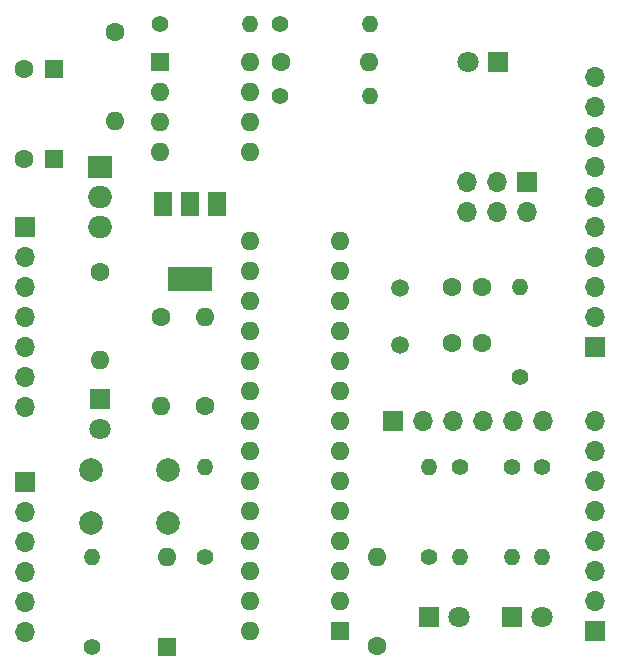
<source format=gts>
G04 #@! TF.GenerationSoftware,KiCad,Pcbnew,6.0.11-3.fc36*
G04 #@! TF.CreationDate,2023-05-11T18:59:47+09:00*
G04 #@! TF.ProjectId,Tetiduino,54657469-6475-4696-9e6f-2e6b69636164,rev?*
G04 #@! TF.SameCoordinates,Original*
G04 #@! TF.FileFunction,Soldermask,Top*
G04 #@! TF.FilePolarity,Negative*
%FSLAX46Y46*%
G04 Gerber Fmt 4.6, Leading zero omitted, Abs format (unit mm)*
G04 Created by KiCad (PCBNEW 6.0.11-3.fc36) date 2023-05-11 18:59:47*
%MOMM*%
%LPD*%
G01*
G04 APERTURE LIST*
%ADD10R,1.700000X1.700000*%
%ADD11O,1.700000X1.700000*%
%ADD12C,1.400000*%
%ADD13O,1.400000X1.400000*%
%ADD14R,1.600000X1.600000*%
%ADD15O,1.600000X1.600000*%
%ADD16C,1.600000*%
%ADD17C,2.000000*%
%ADD18R,1.800000X1.800000*%
%ADD19C,1.800000*%
%ADD20R,1.500000X2.000000*%
%ADD21R,3.800000X2.000000*%
%ADD22R,2.000000X1.905000*%
%ADD23O,2.000000X1.905000*%
%ADD24C,1.500000*%
G04 APERTURE END LIST*
D10*
X124460000Y-102255000D03*
D11*
X124460000Y-104795000D03*
X124460000Y-107335000D03*
X124460000Y-109875000D03*
X124460000Y-112415000D03*
X124460000Y-114955000D03*
X124460000Y-117495000D03*
D12*
X146050000Y-91155000D03*
D13*
X153670000Y-91155000D03*
D14*
X136525000Y-137795000D03*
D15*
X136525000Y-130175000D03*
D16*
X160655000Y-112090000D03*
X163155000Y-112090000D03*
X160655000Y-107315000D03*
X163155000Y-107315000D03*
D14*
X126912380Y-88900000D03*
D16*
X124412380Y-88900000D03*
X130810000Y-106045000D03*
D15*
X130810000Y-113545000D03*
D16*
X139700000Y-117415000D03*
D15*
X139700000Y-109915000D03*
D10*
X155600000Y-118720000D03*
D11*
X158140000Y-118720000D03*
X160680000Y-118720000D03*
X163220000Y-118720000D03*
X165760000Y-118720000D03*
X168300000Y-118720000D03*
D17*
X136600000Y-127345000D03*
X130100000Y-127345000D03*
X130100000Y-122845000D03*
X136600000Y-122845000D03*
D18*
X164500000Y-88265000D03*
D19*
X161960000Y-88265000D03*
D20*
X140730000Y-100355000D03*
D21*
X138430000Y-106655000D03*
D20*
X138430000Y-100355000D03*
X136130000Y-100355000D03*
D16*
X146110000Y-88265000D03*
D15*
X153610000Y-88265000D03*
D18*
X165730000Y-135255000D03*
D19*
X168270000Y-135255000D03*
D14*
X135900000Y-88275000D03*
D15*
X135900000Y-90815000D03*
X135900000Y-93355000D03*
X135900000Y-95895000D03*
X143520000Y-95895000D03*
X143520000Y-93355000D03*
X143520000Y-90815000D03*
X143520000Y-88275000D03*
D12*
X135890000Y-85090000D03*
D13*
X143510000Y-85090000D03*
D14*
X151120000Y-136515000D03*
D15*
X151120000Y-133975000D03*
X151120000Y-131435000D03*
X151120000Y-128895000D03*
X151120000Y-126355000D03*
X151120000Y-123815000D03*
X151120000Y-121275000D03*
X151120000Y-118735000D03*
X151120000Y-116195000D03*
X151120000Y-113655000D03*
X151120000Y-111115000D03*
X151120000Y-108575000D03*
X151120000Y-106035000D03*
X151120000Y-103495000D03*
X143500000Y-103495000D03*
X143500000Y-106035000D03*
X143500000Y-108575000D03*
X143500000Y-111115000D03*
X143500000Y-113655000D03*
X143500000Y-116195000D03*
X143500000Y-118735000D03*
X143500000Y-121275000D03*
X143500000Y-123815000D03*
X143500000Y-126355000D03*
X143500000Y-128895000D03*
X143500000Y-131435000D03*
X143500000Y-133975000D03*
X143500000Y-136515000D03*
D12*
X168275000Y-122555000D03*
D13*
X168275000Y-130175000D03*
D12*
X139700000Y-130175000D03*
D13*
X139700000Y-122555000D03*
D12*
X165735000Y-122555000D03*
D13*
X165735000Y-130175000D03*
D14*
X126932380Y-96520000D03*
D16*
X124432380Y-96520000D03*
D12*
X130175000Y-137795000D03*
D13*
X130175000Y-130175000D03*
D12*
X166370000Y-114935000D03*
D13*
X166370000Y-107315000D03*
D10*
X172720000Y-136510000D03*
D11*
X172720000Y-133970000D03*
X172720000Y-131430000D03*
X172720000Y-128890000D03*
X172720000Y-126350000D03*
X172720000Y-123810000D03*
X172720000Y-121270000D03*
X172720000Y-118730000D03*
D10*
X167005000Y-98425000D03*
D11*
X167005000Y-100965000D03*
X164465000Y-98425000D03*
X164465000Y-100965000D03*
X161925000Y-98425000D03*
X161925000Y-100965000D03*
D12*
X158670000Y-130175000D03*
D13*
X158670000Y-122555000D03*
D16*
X132080000Y-85785000D03*
D15*
X132080000Y-93285000D03*
D22*
X130810000Y-97155000D03*
D23*
X130810000Y-99695000D03*
X130810000Y-102235000D03*
D18*
X158670000Y-135255000D03*
D19*
X161210000Y-135255000D03*
D10*
X124460000Y-123825000D03*
D11*
X124460000Y-126365000D03*
X124460000Y-128905000D03*
X124460000Y-131445000D03*
X124460000Y-133985000D03*
X124460000Y-136525000D03*
D24*
X156210000Y-112305000D03*
X156210000Y-107425000D03*
D16*
X135950000Y-109915000D03*
D15*
X135950000Y-117415000D03*
D18*
X130810000Y-116840000D03*
D19*
X130810000Y-119380000D03*
D16*
X154305000Y-137735000D03*
D15*
X154305000Y-130235000D03*
D10*
X172720000Y-112395000D03*
D11*
X172720000Y-109855000D03*
X172720000Y-107315000D03*
X172720000Y-104775000D03*
X172720000Y-102235000D03*
X172720000Y-99695000D03*
X172720000Y-97155000D03*
X172720000Y-94615000D03*
X172720000Y-92075000D03*
X172720000Y-89535000D03*
D12*
X161290000Y-122555000D03*
D13*
X161290000Y-130175000D03*
D12*
X146050000Y-85090000D03*
D13*
X153670000Y-85090000D03*
M02*

</source>
